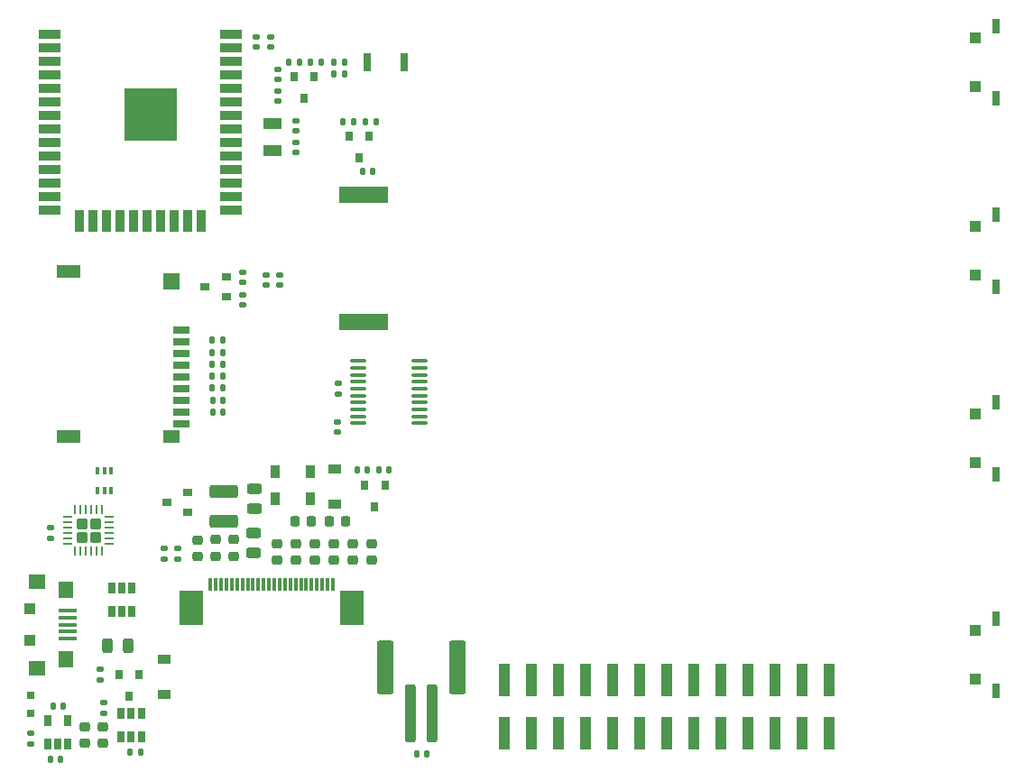
<source format=gbp>
G04 #@! TF.GenerationSoftware,KiCad,Pcbnew,5.99.0-unknown-6b9e44e59c~128~ubuntu18.04.1*
G04 #@! TF.CreationDate,2021-08-18T13:21:18+05:30*
G04 #@! TF.ProjectId,paperd_ink_rev3,70617065-7264-45f6-996e-6b5f72657633,rev?*
G04 #@! TF.SameCoordinates,Original*
G04 #@! TF.FileFunction,Paste,Bot*
G04 #@! TF.FilePolarity,Positive*
%FSLAX46Y46*%
G04 Gerber Fmt 4.6, Leading zero omitted, Abs format (unit mm)*
G04 Created by KiCad (PCBNEW 5.99.0-unknown-6b9e44e59c~128~ubuntu18.04.1) date 2021-08-18 13:21:18*
%MOMM*%
%LPD*%
G01*
G04 APERTURE LIST*
G04 Aperture macros list*
%AMRoundRect*
0 Rectangle with rounded corners*
0 $1 Rounding radius*
0 $2 $3 $4 $5 $6 $7 $8 $9 X,Y pos of 4 corners*
0 Add a 4 corners polygon primitive as box body*
4,1,4,$2,$3,$4,$5,$6,$7,$8,$9,$2,$3,0*
0 Add four circle primitives for the rounded corners*
1,1,$1+$1,$2,$3*
1,1,$1+$1,$4,$5*
1,1,$1+$1,$6,$7*
1,1,$1+$1,$8,$9*
0 Add four rect primitives between the rounded corners*
20,1,$1+$1,$2,$3,$4,$5,0*
20,1,$1+$1,$4,$5,$6,$7,0*
20,1,$1+$1,$6,$7,$8,$9,0*
20,1,$1+$1,$8,$9,$2,$3,0*%
G04 Aperture macros list end*
%ADD10RoundRect,0.147500X-0.172500X0.147500X-0.172500X-0.147500X0.172500X-0.147500X0.172500X0.147500X0*%
%ADD11R,1.200000X0.900000*%
%ADD12R,0.800000X0.900000*%
%ADD13RoundRect,0.218750X0.256250X-0.218750X0.256250X0.218750X-0.256250X0.218750X-0.256250X-0.218750X0*%
%ADD14R,0.900000X1.200000*%
%ADD15RoundRect,0.250000X0.250000X2.500000X-0.250000X2.500000X-0.250000X-2.500000X0.250000X-2.500000X0*%
%ADD16RoundRect,0.249600X0.550400X2.250400X-0.550400X2.250400X-0.550400X-2.250400X0.550400X-2.250400X0*%
%ADD17RoundRect,0.218750X-0.218750X-0.256250X0.218750X-0.256250X0.218750X0.256250X-0.218750X0.256250X0*%
%ADD18R,0.300000X1.300000*%
%ADD19R,2.200000X3.300000*%
%ADD20RoundRect,0.250000X1.075000X-0.375000X1.075000X0.375000X-1.075000X0.375000X-1.075000X-0.375000X0*%
%ADD21R,2.000000X0.900000*%
%ADD22R,0.900000X2.000000*%
%ADD23R,5.000000X5.000000*%
%ADD24RoundRect,0.243750X0.456250X-0.243750X0.456250X0.243750X-0.456250X0.243750X-0.456250X-0.243750X0*%
%ADD25RoundRect,0.147500X0.172500X-0.147500X0.172500X0.147500X-0.172500X0.147500X-0.172500X-0.147500X0*%
%ADD26RoundRect,0.147500X-0.147500X-0.172500X0.147500X-0.172500X0.147500X0.172500X-0.147500X0.172500X0*%
%ADD27R,1.800000X1.000000*%
%ADD28R,0.900000X0.800000*%
%ADD29R,1.600000X0.700000*%
%ADD30R,2.200000X1.200000*%
%ADD31R,1.500000X1.600000*%
%ADD32R,1.500000X1.200000*%
%ADD33RoundRect,0.147500X0.147500X0.172500X-0.147500X0.172500X-0.147500X-0.172500X0.147500X-0.172500X0*%
%ADD34R,0.650000X1.060000*%
%ADD35RoundRect,0.225000X0.250000X-0.225000X0.250000X0.225000X-0.250000X0.225000X-0.250000X-0.225000X0*%
%ADD36R,1.800000X0.400000*%
%ADD37R,1.000000X1.100000*%
%ADD38R,1.500000X1.350000*%
%ADD39R,1.400000X1.500000*%
%ADD40RoundRect,0.250000X0.275000X-0.275000X0.275000X0.275000X-0.275000X0.275000X-0.275000X-0.275000X0*%
%ADD41RoundRect,0.062500X0.062500X-0.350000X0.062500X0.350000X-0.062500X0.350000X-0.062500X-0.350000X0*%
%ADD42RoundRect,0.062500X0.350000X-0.062500X0.350000X0.062500X-0.350000X0.062500X-0.350000X-0.062500X0*%
%ADD43R,0.400000X0.650000*%
%ADD44R,0.650000X1.800000*%
%ADD45R,4.600000X1.600000*%
%ADD46RoundRect,0.100000X-0.637500X-0.100000X0.637500X-0.100000X0.637500X0.100000X-0.637500X0.100000X0*%
%ADD47R,1.000000X3.150000*%
%ADD48RoundRect,0.218750X-0.256250X0.218750X-0.256250X-0.218750X0.256250X-0.218750X0.256250X0.218750X0*%
%ADD49RoundRect,0.243750X-0.243750X-0.456250X0.243750X-0.456250X0.243750X0.456250X-0.243750X0.456250X0*%
%ADD50R,0.800000X1.450000*%
%ADD51R,0.700000X0.700000*%
G04 APERTURE END LIST*
D10*
X126180000Y-93395000D03*
X126180000Y-94365000D03*
X125320000Y-71030000D03*
X125320000Y-72000000D03*
D11*
X131365000Y-111620000D03*
X131365000Y-114920000D03*
D12*
X127530000Y-74790000D03*
X129430000Y-74790000D03*
X128480000Y-76790000D03*
D13*
X134840000Y-120170000D03*
X134840000Y-118595000D03*
D14*
X129090000Y-114420000D03*
X125790000Y-114420000D03*
D13*
X118500000Y-119837500D03*
X118500000Y-118262500D03*
D10*
X126030000Y-76090000D03*
X126030000Y-77060000D03*
X126030000Y-74060000D03*
X126030000Y-75030000D03*
X124930000Y-93395000D03*
X124930000Y-94365000D03*
D15*
X140465000Y-134520000D03*
X138465000Y-134520000D03*
D16*
X136065000Y-130270000D03*
X142865000Y-130270000D03*
D17*
X127627500Y-116520000D03*
X129202500Y-116520000D03*
D10*
X123970000Y-71030000D03*
X123970000Y-72000000D03*
D18*
X119692939Y-122480356D03*
X120192939Y-122480356D03*
X120692939Y-122480356D03*
X121192939Y-122480356D03*
X121692939Y-122480356D03*
X122192939Y-122480356D03*
X122692939Y-122480356D03*
X123192939Y-122480356D03*
X123692939Y-122480356D03*
X124192939Y-122480356D03*
X124692939Y-122480356D03*
X125192939Y-122480356D03*
X125692939Y-122480356D03*
X126192939Y-122480356D03*
X126692939Y-122480356D03*
X127192939Y-122480356D03*
X127692939Y-122480356D03*
X128192939Y-122480356D03*
X128692939Y-122480356D03*
X129192939Y-122480356D03*
X129692939Y-122480356D03*
X130192939Y-122480356D03*
X130692939Y-122480356D03*
X131192939Y-122480356D03*
D19*
X132992939Y-124650356D03*
X117892939Y-124650356D03*
D20*
X120950000Y-116480000D03*
X120950000Y-113680000D03*
D21*
X121630000Y-70815000D03*
X121630000Y-72085000D03*
X121630000Y-73355000D03*
X121630000Y-74625000D03*
X121630000Y-75895000D03*
X121630000Y-77165000D03*
X121630000Y-78435000D03*
X121630000Y-79705000D03*
X121630000Y-80975000D03*
X121630000Y-82245000D03*
X121630000Y-83515000D03*
X121630000Y-84785000D03*
X121630000Y-86055000D03*
X121630000Y-87325000D03*
D22*
X118845000Y-88325000D03*
X117575000Y-88325000D03*
X116305000Y-88325000D03*
X115035000Y-88325000D03*
X113765000Y-88325000D03*
X112495000Y-88325000D03*
X111225000Y-88325000D03*
X109955000Y-88325000D03*
X108685000Y-88325000D03*
X107415000Y-88325000D03*
D21*
X104630000Y-87325000D03*
X104630000Y-86055000D03*
X104630000Y-84785000D03*
X104630000Y-83515000D03*
X104630000Y-82245000D03*
X104630000Y-80975000D03*
X104630000Y-79705000D03*
X104630000Y-78435000D03*
X104630000Y-77165000D03*
X104630000Y-75895000D03*
X104630000Y-74625000D03*
X104630000Y-73355000D03*
X104630000Y-72085000D03*
X104630000Y-70815000D03*
D23*
X114130000Y-78315000D03*
D17*
X130842500Y-116520000D03*
X132417500Y-116520000D03*
D24*
X123780000Y-119462500D03*
X123780000Y-117587500D03*
D25*
X116590000Y-120055000D03*
X116590000Y-119085000D03*
D24*
X123810000Y-115332500D03*
X123810000Y-113457500D03*
D12*
X134165000Y-113120000D03*
X136065000Y-113120000D03*
X135115000Y-115120000D03*
D26*
X133465000Y-111710000D03*
X134435000Y-111710000D03*
X135470000Y-111710000D03*
X136440000Y-111710000D03*
D25*
X127730000Y-79865000D03*
X127730000Y-78895000D03*
D27*
X125510000Y-81710000D03*
X125510000Y-79210000D03*
D25*
X127730000Y-81925000D03*
X127730000Y-80955000D03*
X115365000Y-120055000D03*
X115365000Y-119085000D03*
D28*
X121165000Y-93570000D03*
X121165000Y-95470000D03*
X119165000Y-94520000D03*
D10*
X122765000Y-95235000D03*
X122765000Y-96205000D03*
D29*
X116940000Y-98580000D03*
X116940000Y-99680000D03*
X116940000Y-100780000D03*
X116940000Y-101880000D03*
X116940000Y-102980000D03*
X116940000Y-104080000D03*
X116940000Y-105180000D03*
X116940000Y-106280000D03*
X116940000Y-107380000D03*
D30*
X106350000Y-108580000D03*
D31*
X116070000Y-94010000D03*
D32*
X116040000Y-108580000D03*
D30*
X106360000Y-93100000D03*
D33*
X120835000Y-99520000D03*
X119865000Y-99520000D03*
X120835000Y-100645666D03*
X119865000Y-100645666D03*
X120835000Y-104022664D03*
X119865000Y-104022664D03*
X120835000Y-101771332D03*
X119865000Y-101771332D03*
X120835000Y-102896998D03*
X119865000Y-102896998D03*
X120875000Y-105148330D03*
X119905000Y-105148330D03*
X120875000Y-106274000D03*
X119905000Y-106274000D03*
X140000000Y-138320000D03*
X139030000Y-138320000D03*
D12*
X112065000Y-132920000D03*
X113015000Y-130920000D03*
X111115000Y-130920000D03*
D33*
X105645000Y-138830000D03*
X104675000Y-138830000D03*
X113145000Y-138180000D03*
X112175000Y-138180000D03*
D34*
X111318000Y-136750000D03*
X112268000Y-136750000D03*
X113218000Y-136750000D03*
X113218000Y-134550000D03*
X112268000Y-134550000D03*
X111318000Y-134550000D03*
X110415000Y-122820000D03*
X111365000Y-122820000D03*
X112315000Y-122820000D03*
X112315000Y-125020000D03*
X111365000Y-125020000D03*
X110415000Y-125020000D03*
D33*
X104925000Y-133880000D03*
X105895000Y-133880000D03*
D35*
X107950000Y-137355000D03*
X107950000Y-135805000D03*
X109610000Y-137355000D03*
X109610000Y-135805000D03*
D11*
X115365000Y-132770000D03*
X115365000Y-129470000D03*
D36*
X106311000Y-127520000D03*
X106311000Y-126870000D03*
X106311000Y-126220000D03*
X106311000Y-125570000D03*
X106311000Y-124920000D03*
D37*
X102741000Y-124720000D03*
X102741000Y-127720000D03*
D38*
X103441000Y-130295000D03*
X103441000Y-122145000D03*
D39*
X106141000Y-122970000D03*
X106141000Y-129470000D03*
D34*
X106310000Y-137450000D03*
X105360000Y-137450000D03*
X104410000Y-137450000D03*
X104410000Y-135250000D03*
X106310000Y-135250000D03*
D40*
X107620000Y-116730000D03*
X107620000Y-118030000D03*
X108920000Y-116730000D03*
X108920000Y-118030000D03*
D41*
X109520000Y-119317500D03*
X109020000Y-119317500D03*
X108520000Y-119317500D03*
X108020000Y-119317500D03*
X107520000Y-119317500D03*
X107020000Y-119317500D03*
D42*
X106332500Y-118630000D03*
X106332500Y-118130000D03*
X106332500Y-117630000D03*
X106332500Y-117130000D03*
X106332500Y-116630000D03*
X106332500Y-116130000D03*
D41*
X107020000Y-115442500D03*
X107520000Y-115442500D03*
X108020000Y-115442500D03*
X108520000Y-115442500D03*
X109020000Y-115442500D03*
X109520000Y-115442500D03*
D42*
X110207500Y-116130000D03*
X110207500Y-116630000D03*
X110207500Y-117130000D03*
X110207500Y-117630000D03*
X110207500Y-118130000D03*
X110207500Y-118630000D03*
D43*
X110396000Y-113632000D03*
X109746000Y-113632000D03*
X109096000Y-113632000D03*
X109096000Y-111732000D03*
X109746000Y-111732000D03*
X110396000Y-111732000D03*
D25*
X104665000Y-118105000D03*
X104665000Y-117135000D03*
D44*
X137875000Y-73390000D03*
X134425000Y-73390000D03*
D26*
X131305000Y-74490000D03*
X132275000Y-74490000D03*
X127050000Y-73400000D03*
X128020000Y-73400000D03*
D45*
X134042000Y-97840000D03*
X134042000Y-85850000D03*
D33*
X133105000Y-78990000D03*
X132135000Y-78990000D03*
D12*
X132700000Y-80370000D03*
X134600000Y-80370000D03*
X133650000Y-82370000D03*
D33*
X134960000Y-83680000D03*
X133990000Y-83680000D03*
D26*
X134270000Y-78990000D03*
X135240000Y-78990000D03*
D46*
X133597500Y-107305000D03*
X133597500Y-106655000D03*
X133597500Y-106005000D03*
X133597500Y-105355000D03*
X133597500Y-104705000D03*
X133597500Y-104055000D03*
X133597500Y-103405000D03*
X133597500Y-102755000D03*
X133597500Y-102105000D03*
X133597500Y-101455000D03*
X139322500Y-101455000D03*
X139322500Y-102105000D03*
X139322500Y-102755000D03*
X139322500Y-103405000D03*
X139322500Y-104055000D03*
X139322500Y-104705000D03*
X139322500Y-105355000D03*
X139322500Y-106005000D03*
X139322500Y-106655000D03*
X139322500Y-107305000D03*
D47*
X147300000Y-131375000D03*
X147300000Y-136425000D03*
X149840000Y-131375000D03*
X149840000Y-136425000D03*
X152380000Y-131375000D03*
X152380000Y-136425000D03*
X154920000Y-131375000D03*
X154920000Y-136425000D03*
X157460000Y-131375000D03*
X157460000Y-136425000D03*
X160000000Y-131375000D03*
X160000000Y-136425000D03*
X162540000Y-131375000D03*
X162540000Y-136425000D03*
X165080000Y-131375000D03*
X165080000Y-136425000D03*
X167620000Y-131375000D03*
X167620000Y-136425000D03*
X170160000Y-131375000D03*
X170160000Y-136425000D03*
X172700000Y-131375000D03*
X172700000Y-136425000D03*
X175240000Y-131375000D03*
X175240000Y-136425000D03*
X177780000Y-131375000D03*
X177780000Y-136425000D03*
D10*
X131610000Y-107195000D03*
X131610000Y-108165000D03*
D25*
X102815000Y-137405000D03*
X102815000Y-136435000D03*
X109365000Y-131405000D03*
X109365000Y-130435000D03*
D13*
X121840000Y-119797500D03*
X121840000Y-118222500D03*
D48*
X125970000Y-118595000D03*
X125970000Y-120170000D03*
D13*
X133066000Y-120170000D03*
X133066000Y-118595000D03*
X127744000Y-120170000D03*
X127744000Y-118595000D03*
X131292000Y-120170000D03*
X131292000Y-118595000D03*
D14*
X125740000Y-111845000D03*
X129040000Y-111845000D03*
D10*
X122765000Y-93135000D03*
X122765000Y-94105000D03*
D26*
X131305000Y-73390000D03*
X132275000Y-73390000D03*
X129090000Y-73400000D03*
X130060000Y-73400000D03*
D10*
X131660000Y-103595000D03*
X131660000Y-104565000D03*
D28*
X117590000Y-113795000D03*
X117590000Y-115695000D03*
X115590000Y-114745000D03*
D13*
X120180000Y-119817500D03*
X120180000Y-118242500D03*
X129518000Y-120170000D03*
X129518000Y-118595000D03*
D49*
X110065000Y-128220000D03*
X111940000Y-128220000D03*
D50*
X193410000Y-112125000D03*
X193410000Y-105375000D03*
D37*
X191460000Y-111050000D03*
X191460000Y-106450000D03*
D50*
X193410000Y-132445000D03*
X193410000Y-125695000D03*
D37*
X191460000Y-131370000D03*
X191460000Y-126770000D03*
D51*
X102860000Y-132870000D03*
X102860000Y-134570000D03*
D50*
X193410000Y-76795000D03*
X193410000Y-70045000D03*
D37*
X191460000Y-75720000D03*
X191460000Y-71120000D03*
D10*
X109665000Y-133545000D03*
X109665000Y-134515000D03*
D50*
X193410000Y-94460000D03*
X193410000Y-87710000D03*
D37*
X191460000Y-93385000D03*
X191460000Y-88785000D03*
M02*

</source>
